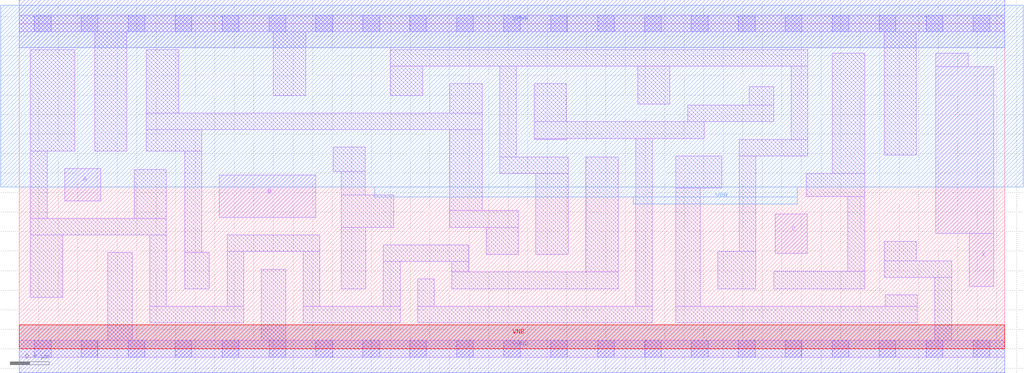
<source format=lef>
# Copyright 2020 The SkyWater PDK Authors
#
# Licensed under the Apache License, Version 2.0 (the "License");
# you may not use this file except in compliance with the License.
# You may obtain a copy of the License at
#
#     https://www.apache.org/licenses/LICENSE-2.0
#
# Unless required by applicable law or agreed to in writing, software
# distributed under the License is distributed on an "AS IS" BASIS,
# WITHOUT WARRANTIES OR CONDITIONS OF ANY KIND, either express or implied.
# See the License for the specific language governing permissions and
# limitations under the License.
#
# SPDX-License-Identifier: Apache-2.0

VERSION 5.7 ;
  NOWIREEXTENSIONATPIN ON ;
  DIVIDERCHAR "/" ;
  BUSBITCHARS "[]" ;
MACRO sky130_fd_sc_lp__xnor3_lp
  CLASS CORE ;
  FOREIGN sky130_fd_sc_lp__xnor3_lp ;
  ORIGIN  0.000000  0.000000 ;
  SIZE  10.08000 BY  3.330000 ;
  SYMMETRY X Y R90 ;
  SITE unit ;
  PIN A
    ANTENNAGATEAREA  0.376000 ;
    DIRECTION INPUT ;
    USE SIGNAL ;
    PORT
      LAYER li1 ;
        RECT 0.465000 1.515000 0.835000 1.845000 ;
    END
  END A
  PIN B
    ANTENNAGATEAREA  1.002000 ;
    DIRECTION INPUT ;
    USE SIGNAL ;
    PORT
      LAYER li1 ;
        RECT 2.045000 1.345000 3.030000 1.780000 ;
    END
  END B
  PIN C
    ANTENNAGATEAREA  0.689000 ;
    DIRECTION INPUT ;
    USE SIGNAL ;
    PORT
      LAYER li1 ;
        RECT 7.730000 0.975000 8.060000 1.380000 ;
    END
  END C
  PIN X
    ANTENNADIFFAREA  0.404700 ;
    DIRECTION OUTPUT ;
    USE SIGNAL ;
    PORT
      LAYER li1 ;
        RECT 9.375000 1.180000 9.965000 2.890000 ;
        RECT 9.375000 2.890000 9.705000 3.025000 ;
        RECT 9.715000 0.640000 9.965000 1.180000 ;
    END
  END X
  PIN VGND
    DIRECTION INOUT ;
    USE GROUND ;
    PORT
      LAYER met1 ;
        RECT 0.000000 -0.245000 10.080000 0.245000 ;
    END
  END VGND
  PIN VNB
    DIRECTION INOUT ;
    USE GROUND ;
    PORT
      LAYER pwell ;
        RECT 0.000000 0.000000 10.080000 0.245000 ;
    END
  END VNB
  PIN VPB
    DIRECTION INOUT ;
    USE POWER ;
    PORT
      LAYER nwell ;
        RECT -0.190000 1.655000 10.270000 3.520000 ;
        RECT  3.635000 1.555000  7.955000 1.655000 ;
        RECT  6.280000 1.485000  7.955000 1.555000 ;
    END
  END VPB
  PIN VPWR
    DIRECTION INOUT ;
    USE POWER ;
    PORT
      LAYER met1 ;
        RECT 0.000000 3.085000 10.080000 3.575000 ;
    END
  END VPWR
  OBS
    LAYER li1 ;
      RECT 0.000000 -0.085000 10.080000 0.085000 ;
      RECT 0.000000  3.245000 10.080000 3.415000 ;
      RECT 0.115000  0.525000  0.445000 1.165000 ;
      RECT 0.115000  1.165000  1.505000 1.335000 ;
      RECT 0.115000  1.335000  0.285000 2.025000 ;
      RECT 0.115000  2.025000  0.570000 3.065000 ;
      RECT 0.770000  2.025000  1.100000 3.245000 ;
      RECT 0.905000  0.085000  1.155000 0.985000 ;
      RECT 1.175000  1.335000  1.505000 1.835000 ;
      RECT 1.300000  2.025000  1.865000 2.245000 ;
      RECT 1.300000  2.245000  4.735000 2.415000 ;
      RECT 1.300000  2.415000  1.630000 3.065000 ;
      RECT 1.335000  0.265000  2.295000 0.435000 ;
      RECT 1.335000  0.435000  1.505000 1.165000 ;
      RECT 1.695000  0.615000  1.945000 0.985000 ;
      RECT 1.695000  0.985000  1.865000 2.025000 ;
      RECT 2.125000  0.435000  2.295000 0.995000 ;
      RECT 2.125000  0.995000  3.075000 1.165000 ;
      RECT 2.475000  0.085000  2.725000 0.815000 ;
      RECT 2.600000  2.595000  2.930000 3.245000 ;
      RECT 2.905000  0.265000  3.895000 0.435000 ;
      RECT 2.905000  0.435000  3.075000 0.995000 ;
      RECT 3.210000  1.815000  3.540000 2.065000 ;
      RECT 3.295000  0.615000  3.545000 1.245000 ;
      RECT 3.295000  1.245000  3.830000 1.575000 ;
      RECT 3.295000  1.575000  3.540000 1.815000 ;
      RECT 3.725000  0.435000  3.895000 0.895000 ;
      RECT 3.725000  0.895000  4.595000 1.065000 ;
      RECT 3.795000  2.595000  4.125000 2.895000 ;
      RECT 3.795000  2.895000  8.065000 3.065000 ;
      RECT 4.075000  0.265000  6.475000 0.435000 ;
      RECT 4.075000  0.435000  4.245000 0.715000 ;
      RECT 4.405000  1.245000  5.105000 1.415000 ;
      RECT 4.405000  1.415000  4.735000 2.245000 ;
      RECT 4.405000  2.415000  4.735000 2.715000 ;
      RECT 4.425000  0.615000  6.125000 0.785000 ;
      RECT 4.425000  0.785000  4.595000 0.895000 ;
      RECT 4.775000  0.965000  5.105000 1.245000 ;
      RECT 4.915000  1.795000  5.615000 1.965000 ;
      RECT 4.915000  1.965000  5.085000 2.895000 ;
      RECT 5.265000  2.145000  5.595000 2.155000 ;
      RECT 5.265000  2.155000  7.005000 2.325000 ;
      RECT 5.265000  2.325000  5.595000 2.715000 ;
      RECT 5.285000  0.965000  5.615000 1.795000 ;
      RECT 5.795000  0.785000  6.125000 1.965000 ;
      RECT 6.305000  0.435000  6.475000 2.155000 ;
      RECT 6.325000  2.505000  6.655000 2.895000 ;
      RECT 6.715000  0.265000  9.185000 0.435000 ;
      RECT 6.715000  0.435000  6.965000 1.645000 ;
      RECT 6.715000  1.645000  7.185000 1.975000 ;
      RECT 6.835000  2.325000  7.715000 2.495000 ;
      RECT 7.145000  0.615000  7.535000 0.995000 ;
      RECT 7.365000  0.995000  7.535000 1.975000 ;
      RECT 7.365000  1.975000  8.065000 2.145000 ;
      RECT 7.465000  2.495000  7.715000 2.685000 ;
      RECT 7.715000  0.615000  8.645000 0.795000 ;
      RECT 7.895000  2.145000  8.065000 2.895000 ;
      RECT 8.050000  1.560000  8.645000 1.795000 ;
      RECT 8.315000  1.795000  8.645000 3.025000 ;
      RECT 8.475000  0.795000  8.645000 1.560000 ;
      RECT 8.845000  0.730000  9.535000 0.900000 ;
      RECT 8.845000  0.900000  9.175000 1.100000 ;
      RECT 8.845000  1.985000  9.175000 3.245000 ;
      RECT 8.855000  0.435000  9.185000 0.550000 ;
      RECT 9.365000  0.085000  9.535000 0.730000 ;
    LAYER mcon ;
      RECT 0.155000 -0.085000 0.325000 0.085000 ;
      RECT 0.155000  3.245000 0.325000 3.415000 ;
      RECT 0.635000 -0.085000 0.805000 0.085000 ;
      RECT 0.635000  3.245000 0.805000 3.415000 ;
      RECT 1.115000 -0.085000 1.285000 0.085000 ;
      RECT 1.115000  3.245000 1.285000 3.415000 ;
      RECT 1.595000 -0.085000 1.765000 0.085000 ;
      RECT 1.595000  3.245000 1.765000 3.415000 ;
      RECT 2.075000 -0.085000 2.245000 0.085000 ;
      RECT 2.075000  3.245000 2.245000 3.415000 ;
      RECT 2.555000 -0.085000 2.725000 0.085000 ;
      RECT 2.555000  3.245000 2.725000 3.415000 ;
      RECT 3.035000 -0.085000 3.205000 0.085000 ;
      RECT 3.035000  3.245000 3.205000 3.415000 ;
      RECT 3.515000 -0.085000 3.685000 0.085000 ;
      RECT 3.515000  3.245000 3.685000 3.415000 ;
      RECT 3.995000 -0.085000 4.165000 0.085000 ;
      RECT 3.995000  3.245000 4.165000 3.415000 ;
      RECT 4.475000 -0.085000 4.645000 0.085000 ;
      RECT 4.475000  3.245000 4.645000 3.415000 ;
      RECT 4.955000 -0.085000 5.125000 0.085000 ;
      RECT 4.955000  3.245000 5.125000 3.415000 ;
      RECT 5.435000 -0.085000 5.605000 0.085000 ;
      RECT 5.435000  3.245000 5.605000 3.415000 ;
      RECT 5.915000 -0.085000 6.085000 0.085000 ;
      RECT 5.915000  3.245000 6.085000 3.415000 ;
      RECT 6.395000 -0.085000 6.565000 0.085000 ;
      RECT 6.395000  3.245000 6.565000 3.415000 ;
      RECT 6.875000 -0.085000 7.045000 0.085000 ;
      RECT 6.875000  3.245000 7.045000 3.415000 ;
      RECT 7.355000 -0.085000 7.525000 0.085000 ;
      RECT 7.355000  3.245000 7.525000 3.415000 ;
      RECT 7.835000 -0.085000 8.005000 0.085000 ;
      RECT 7.835000  3.245000 8.005000 3.415000 ;
      RECT 8.315000 -0.085000 8.485000 0.085000 ;
      RECT 8.315000  3.245000 8.485000 3.415000 ;
      RECT 8.795000 -0.085000 8.965000 0.085000 ;
      RECT 8.795000  3.245000 8.965000 3.415000 ;
      RECT 9.275000 -0.085000 9.445000 0.085000 ;
      RECT 9.275000  3.245000 9.445000 3.415000 ;
      RECT 9.755000 -0.085000 9.925000 0.085000 ;
      RECT 9.755000  3.245000 9.925000 3.415000 ;
  END
END sky130_fd_sc_lp__xnor3_lp
END LIBRARY

</source>
